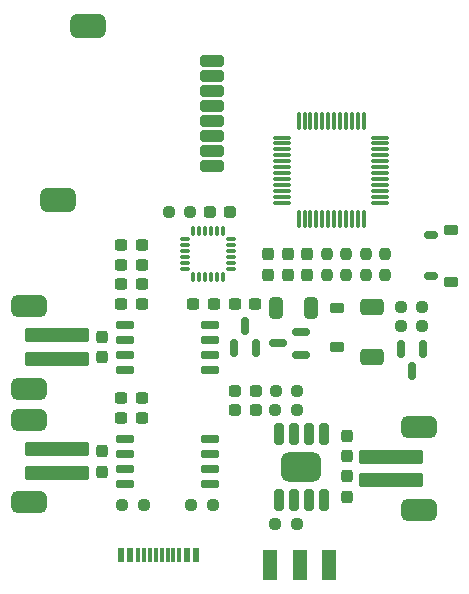
<source format=gbr>
%TF.GenerationSoftware,KiCad,Pcbnew,(7.0.0)*%
%TF.CreationDate,2023-06-08T15:27:57+08:00*%
%TF.ProjectId,Board_Car_V0_2,426f6172-645f-4436-9172-5f56305f322e,rev?*%
%TF.SameCoordinates,Original*%
%TF.FileFunction,Paste,Top*%
%TF.FilePolarity,Positive*%
%FSLAX46Y46*%
G04 Gerber Fmt 4.6, Leading zero omitted, Abs format (unit mm)*
G04 Created by KiCad (PCBNEW (7.0.0)) date 2023-06-08 15:27:57*
%MOMM*%
%LPD*%
G01*
G04 APERTURE LIST*
G04 Aperture macros list*
%AMRoundRect*
0 Rectangle with rounded corners*
0 $1 Rounding radius*
0 $2 $3 $4 $5 $6 $7 $8 $9 X,Y pos of 4 corners*
0 Add a 4 corners polygon primitive as box body*
4,1,4,$2,$3,$4,$5,$6,$7,$8,$9,$2,$3,0*
0 Add four circle primitives for the rounded corners*
1,1,$1+$1,$2,$3*
1,1,$1+$1,$4,$5*
1,1,$1+$1,$6,$7*
1,1,$1+$1,$8,$9*
0 Add four rect primitives between the rounded corners*
20,1,$1+$1,$2,$3,$4,$5,0*
20,1,$1+$1,$4,$5,$6,$7,0*
20,1,$1+$1,$6,$7,$8,$9,0*
20,1,$1+$1,$8,$9,$2,$3,0*%
G04 Aperture macros list end*
%ADD10RoundRect,0.450000X-1.050000X0.450000X-1.050000X-0.450000X1.050000X-0.450000X1.050000X0.450000X0*%
%ADD11RoundRect,0.300000X-2.450000X0.300000X-2.450000X-0.300000X2.450000X-0.300000X2.450000X0.300000X0*%
%ADD12RoundRect,0.300000X2.450000X-0.300000X2.450000X0.300000X-2.450000X0.300000X-2.450000X-0.300000X0*%
%ADD13RoundRect,0.450000X1.050000X-0.450000X1.050000X0.450000X-1.050000X0.450000X-1.050000X-0.450000X0*%
%ADD14R,0.300000X1.150000*%
%ADD15R,0.600000X1.150000*%
%ADD16RoundRect,0.150000X-0.650000X-0.150000X0.650000X-0.150000X0.650000X0.150000X-0.650000X0.150000X0*%
%ADD17RoundRect,0.075000X-0.662500X-0.075000X0.662500X-0.075000X0.662500X0.075000X-0.662500X0.075000X0*%
%ADD18RoundRect,0.075000X-0.075000X-0.662500X0.075000X-0.662500X0.075000X0.662500X-0.075000X0.662500X0*%
%ADD19RoundRect,0.250000X0.750000X-0.250000X0.750000X0.250000X-0.750000X0.250000X-0.750000X-0.250000X0*%
%ADD20RoundRect,0.500000X1.000000X-0.500000X1.000000X0.500000X-1.000000X0.500000X-1.000000X-0.500000X0*%
%ADD21RoundRect,0.075000X-0.075000X0.350000X-0.075000X-0.350000X0.075000X-0.350000X0.075000X0.350000X0*%
%ADD22RoundRect,0.075000X-0.350000X-0.075000X0.350000X-0.075000X0.350000X0.075000X-0.350000X0.075000X0*%
%ADD23RoundRect,0.200000X0.200000X-0.700000X0.200000X0.700000X-0.200000X0.700000X-0.200000X-0.700000X0*%
%ADD24RoundRect,0.625000X1.075000X-0.625000X1.075000X0.625000X-1.075000X0.625000X-1.075000X-0.625000X0*%
%ADD25RoundRect,0.150000X0.587500X0.150000X-0.587500X0.150000X-0.587500X-0.150000X0.587500X-0.150000X0*%
%ADD26R,1.250000X2.500000*%
%ADD27RoundRect,0.150000X-0.450000X0.150000X-0.450000X-0.150000X0.450000X-0.150000X0.450000X0.150000X0*%
%ADD28RoundRect,0.200000X-0.425000X0.200000X-0.425000X-0.200000X0.425000X-0.200000X0.425000X0.200000X0*%
%ADD29RoundRect,0.237500X-0.237500X0.250000X-0.237500X-0.250000X0.237500X-0.250000X0.237500X0.250000X0*%
%ADD30RoundRect,0.237500X0.237500X-0.250000X0.237500X0.250000X-0.237500X0.250000X-0.237500X-0.250000X0*%
%ADD31RoundRect,0.237500X-0.250000X-0.237500X0.250000X-0.237500X0.250000X0.237500X-0.250000X0.237500X0*%
%ADD32RoundRect,0.237500X0.250000X0.237500X-0.250000X0.237500X-0.250000X-0.237500X0.250000X-0.237500X0*%
%ADD33RoundRect,0.150000X-0.150000X0.587500X-0.150000X-0.587500X0.150000X-0.587500X0.150000X0.587500X0*%
%ADD34RoundRect,0.150000X0.150000X-0.587500X0.150000X0.587500X-0.150000X0.587500X-0.150000X-0.587500X0*%
%ADD35RoundRect,0.225000X-0.375000X0.225000X-0.375000X-0.225000X0.375000X-0.225000X0.375000X0.225000X0*%
%ADD36RoundRect,0.237500X0.287500X0.237500X-0.287500X0.237500X-0.287500X-0.237500X0.287500X-0.237500X0*%
%ADD37RoundRect,0.237500X-0.237500X0.300000X-0.237500X-0.300000X0.237500X-0.300000X0.237500X0.300000X0*%
%ADD38RoundRect,0.237500X0.300000X0.237500X-0.300000X0.237500X-0.300000X-0.237500X0.300000X-0.237500X0*%
%ADD39RoundRect,0.250000X0.325000X0.650000X-0.325000X0.650000X-0.325000X-0.650000X0.325000X-0.650000X0*%
%ADD40RoundRect,0.237500X-0.300000X-0.237500X0.300000X-0.237500X0.300000X0.237500X-0.300000X0.237500X0*%
%ADD41RoundRect,0.350000X-0.650000X0.350000X-0.650000X-0.350000X0.650000X-0.350000X0.650000X0.350000X0*%
G04 APERTURE END LIST*
D10*
%TO.C,M2*%
X164401000Y-89733000D03*
X164401000Y-82733000D03*
D11*
X166751000Y-85233000D03*
X166751000Y-87233000D03*
%TD*%
D10*
%TO.C,M1*%
X164401000Y-80097000D03*
X164401000Y-73097000D03*
D11*
X166751000Y-75597000D03*
X166751000Y-77597000D03*
%TD*%
D12*
%TO.C,BT1*%
X195072000Y-85868000D03*
X195072000Y-87868000D03*
D13*
X197422000Y-90368000D03*
X197422000Y-83368000D03*
%TD*%
D14*
%TO.C,USB1*%
X176636999Y-94184999D03*
X174636999Y-94184999D03*
X176136999Y-94184999D03*
X177136999Y-94184999D03*
D15*
X177786999Y-94184999D03*
X178586999Y-94184999D03*
D14*
X173636999Y-94184999D03*
X175636999Y-94184999D03*
X175136999Y-94184999D03*
X174136999Y-94184999D03*
D15*
X172986999Y-94184999D03*
X172186999Y-94184999D03*
%TD*%
D16*
%TO.C,U7*%
X172549000Y-84328000D03*
X172549000Y-85598000D03*
X172549000Y-86868000D03*
X172549000Y-88138000D03*
X179749000Y-88138000D03*
X179749000Y-86868000D03*
X179749000Y-85598000D03*
X179749000Y-84328000D03*
%TD*%
%TO.C,U6*%
X172549000Y-74676000D03*
X172549000Y-75946000D03*
X172549000Y-77216000D03*
X172549000Y-78486000D03*
X179749000Y-78486000D03*
X179749000Y-77216000D03*
X179749000Y-75946000D03*
X179749000Y-74676000D03*
%TD*%
D17*
%TO.C,U5*%
X185825500Y-58845000D03*
X185825500Y-59345000D03*
X185825500Y-59845000D03*
X185825500Y-60345000D03*
X185825500Y-60845000D03*
X185825500Y-61345000D03*
X185825500Y-61845000D03*
X185825500Y-62345000D03*
X185825500Y-62845000D03*
X185825500Y-63345000D03*
X185825500Y-63845000D03*
X185825500Y-64345000D03*
D18*
X187238000Y-65757500D03*
X187738000Y-65757500D03*
X188238000Y-65757500D03*
X188738000Y-65757500D03*
X189238000Y-65757500D03*
X189738000Y-65757500D03*
X190238000Y-65757500D03*
X190738000Y-65757500D03*
X191238000Y-65757500D03*
X191738000Y-65757500D03*
X192238000Y-65757500D03*
X192738000Y-65757500D03*
D17*
X194150500Y-64345000D03*
X194150500Y-63845000D03*
X194150500Y-63345000D03*
X194150500Y-62845000D03*
X194150500Y-62345000D03*
X194150500Y-61845000D03*
X194150500Y-61345000D03*
X194150500Y-60845000D03*
X194150500Y-60345000D03*
X194150500Y-59845000D03*
X194150500Y-59345000D03*
X194150500Y-58845000D03*
D18*
X192738000Y-57432500D03*
X192238000Y-57432500D03*
X191738000Y-57432500D03*
X191238000Y-57432500D03*
X190738000Y-57432500D03*
X190238000Y-57432500D03*
X189738000Y-57432500D03*
X189238000Y-57432500D03*
X188738000Y-57432500D03*
X188238000Y-57432500D03*
X187738000Y-57432500D03*
X187238000Y-57432500D03*
%TD*%
D19*
%TO.C,U4*%
X179870000Y-61214000D03*
X179870000Y-59944000D03*
X179870000Y-58674000D03*
X179870000Y-57404000D03*
X179870000Y-56134000D03*
X179870000Y-54864000D03*
X179870000Y-53594000D03*
X179870000Y-52324000D03*
D20*
X169370000Y-49403000D03*
X166870000Y-64135000D03*
%TD*%
D21*
%TO.C,U3*%
X180828000Y-66757000D03*
X180328000Y-66757000D03*
X179828000Y-66757000D03*
X179328000Y-66757000D03*
X178828000Y-66757000D03*
X178328000Y-66757000D03*
D22*
X177628000Y-67457000D03*
X177628000Y-67957000D03*
X177628000Y-68457000D03*
X177628000Y-68957000D03*
X177628000Y-69457000D03*
X177628000Y-69957000D03*
D21*
X178328000Y-70657000D03*
X178828000Y-70657000D03*
X179328000Y-70657000D03*
X179828000Y-70657000D03*
X180328000Y-70657000D03*
X180828000Y-70657000D03*
D22*
X181528000Y-69957000D03*
X181528000Y-69457000D03*
X181528000Y-68957000D03*
X181528000Y-68457000D03*
X181528000Y-67957000D03*
X181528000Y-67457000D03*
%TD*%
D23*
%TO.C,U2*%
X185547000Y-89541000D03*
X186817000Y-89541000D03*
X188087000Y-89541000D03*
X189357000Y-89541000D03*
X189357000Y-83941000D03*
X188087000Y-83941000D03*
X186817000Y-83941000D03*
X185547000Y-83941000D03*
D24*
X187452000Y-86741000D03*
%TD*%
D25*
%TO.C,U1*%
X187403500Y-77216000D03*
X187403500Y-75316000D03*
X185528500Y-76266000D03*
%TD*%
D26*
%TO.C,SW2*%
X184824999Y-95039999D03*
X187324999Y-95039999D03*
X189824999Y-95039999D03*
%TD*%
D27*
%TO.C,SW1*%
X198471000Y-67134000D03*
X198471000Y-70534000D03*
D28*
X200146000Y-66634000D03*
X200146000Y-71034000D03*
%TD*%
D29*
%TO.C,R12*%
X194580000Y-68660000D03*
X194580000Y-70485000D03*
%TD*%
%TO.C,R11*%
X192929000Y-68683500D03*
X192929000Y-70508500D03*
%TD*%
D30*
%TO.C,R10*%
X191278000Y-70508500D03*
X191278000Y-68683500D03*
%TD*%
%TO.C,R9*%
X189627000Y-70508500D03*
X189627000Y-68683500D03*
%TD*%
D31*
%TO.C,R8*%
X195871500Y-74833000D03*
X197696500Y-74833000D03*
%TD*%
%TO.C,R7*%
X195871500Y-73182000D03*
X197696500Y-73182000D03*
%TD*%
D32*
%TO.C,R6*%
X176252500Y-65151000D03*
X178077500Y-65151000D03*
%TD*%
%TO.C,R5*%
X187118000Y-80264000D03*
X185293000Y-80264000D03*
%TD*%
%TO.C,R4*%
X187094500Y-81915000D03*
X185269500Y-81915000D03*
%TD*%
D31*
%TO.C,R3*%
X178157500Y-89916000D03*
X179982500Y-89916000D03*
%TD*%
D32*
%TO.C,R2*%
X174140500Y-89916000D03*
X172315500Y-89916000D03*
%TD*%
D31*
%TO.C,R1*%
X185269500Y-91567000D03*
X187094500Y-91567000D03*
%TD*%
D33*
%TO.C,Q1*%
X197800000Y-76738000D03*
X195900000Y-76738000D03*
X196850000Y-78613000D03*
%TD*%
D34*
%TO.C,D5*%
X181742000Y-76634500D03*
X183642000Y-76634500D03*
X182692000Y-74759500D03*
%TD*%
D35*
%TO.C,D4*%
X190500000Y-73280000D03*
X190500000Y-76580000D03*
%TD*%
D36*
%TO.C,D3*%
X179719000Y-65151000D03*
X181469000Y-65151000D03*
%TD*%
%TO.C,D2*%
X183628000Y-80264000D03*
X181878000Y-80264000D03*
%TD*%
%TO.C,D1*%
X183628000Y-81915000D03*
X181878000Y-81915000D03*
%TD*%
D37*
%TO.C,C18*%
X170561000Y-85397000D03*
X170561000Y-87122000D03*
%TD*%
%TO.C,C17*%
X170561000Y-75718500D03*
X170561000Y-77443500D03*
%TD*%
%TO.C,C16*%
X186309000Y-68733500D03*
X186309000Y-70458500D03*
%TD*%
%TO.C,C15*%
X187976000Y-68733500D03*
X187976000Y-70458500D03*
%TD*%
D38*
%TO.C,C14*%
X173963500Y-80899000D03*
X172238500Y-80899000D03*
%TD*%
%TO.C,C13*%
X173963500Y-71247000D03*
X172238500Y-71247000D03*
%TD*%
D39*
%TO.C,C12*%
X188292000Y-73284000D03*
X185342000Y-73284000D03*
%TD*%
D38*
%TO.C,C11*%
X173963500Y-82550000D03*
X172238500Y-82550000D03*
%TD*%
%TO.C,C10*%
X173963500Y-72898000D03*
X172238500Y-72898000D03*
%TD*%
%TO.C,C9*%
X173963500Y-69596000D03*
X172238500Y-69596000D03*
%TD*%
D37*
%TO.C,C8*%
X184658000Y-68733500D03*
X184658000Y-70458500D03*
%TD*%
D40*
%TO.C,C7*%
X178334500Y-72898000D03*
X180059500Y-72898000D03*
%TD*%
%TO.C,C6*%
X172238500Y-67945000D03*
X173963500Y-67945000D03*
%TD*%
D37*
%TO.C,C5*%
X191307800Y-84100500D03*
X191307800Y-85825500D03*
%TD*%
%TO.C,C2*%
X191307800Y-87529500D03*
X191307800Y-89254500D03*
%TD*%
D38*
%TO.C,C1*%
X183554500Y-72903000D03*
X181829500Y-72903000D03*
%TD*%
D41*
%TO.C,BZ1*%
X193421000Y-73211000D03*
X193421000Y-77411000D03*
%TD*%
M02*

</source>
